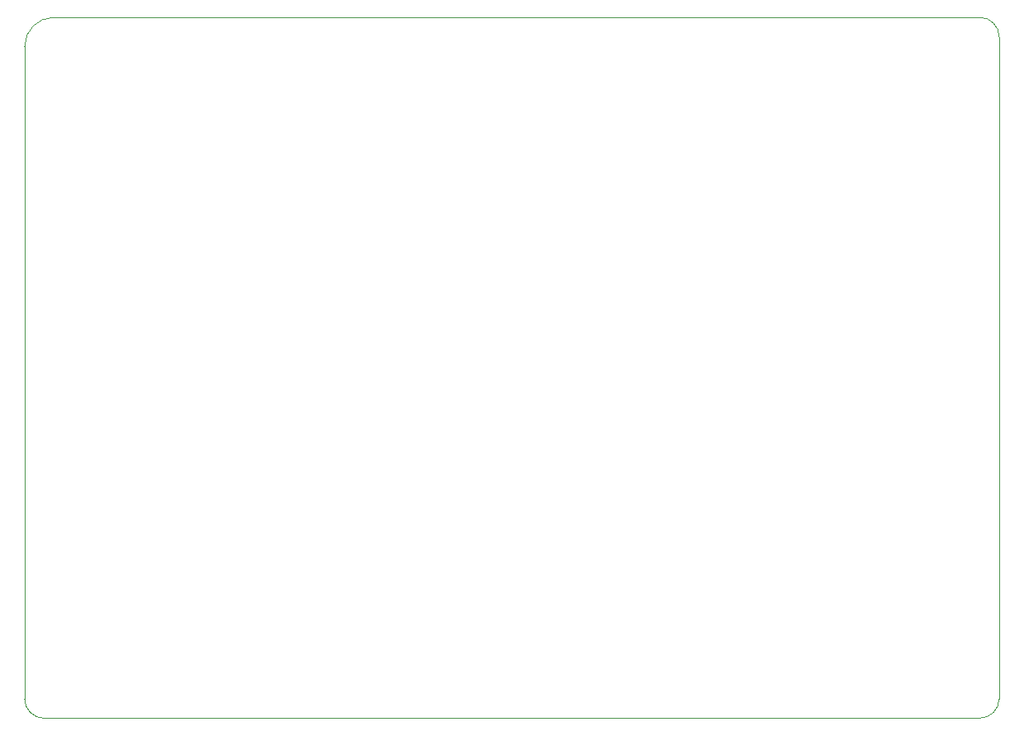
<source format=gbr>
G04 #@! TF.GenerationSoftware,KiCad,Pcbnew,(5.1.6)-1*
G04 #@! TF.CreationDate,2020-11-07T12:23:27+01:00*
G04 #@! TF.ProjectId,8-DI-ESP32-PCB,382d4449-2d45-4535-9033-322d5043422e,rev?*
G04 #@! TF.SameCoordinates,Original*
G04 #@! TF.FileFunction,Profile,NP*
%FSLAX46Y46*%
G04 Gerber Fmt 4.6, Leading zero omitted, Abs format (unit mm)*
G04 Created by KiCad (PCBNEW (5.1.6)-1) date 2020-11-07 12:23:27*
%MOMM*%
%LPD*%
G01*
G04 APERTURE LIST*
G04 #@! TA.AperFunction,Profile*
%ADD10C,0.050000*%
G04 #@! TD*
G04 APERTURE END LIST*
D10*
X193000000Y-58000000D02*
G75*
G02*
X195000000Y-60000000I0J-2000000D01*
G01*
X195000000Y-128000000D02*
G75*
G02*
X193000000Y-130000000I-2000000J0D01*
G01*
X97000000Y-130000000D02*
G75*
G02*
X95000000Y-128000000I0J2000000D01*
G01*
X95000000Y-61000000D02*
G75*
G02*
X98000000Y-58000000I3000000J0D01*
G01*
X193000000Y-58000000D02*
X98000000Y-58000000D01*
X195000000Y-128000000D02*
X195000000Y-60000000D01*
X97000000Y-130000000D02*
X193000000Y-130000000D01*
X95000000Y-61000000D02*
X95000000Y-128000000D01*
M02*

</source>
